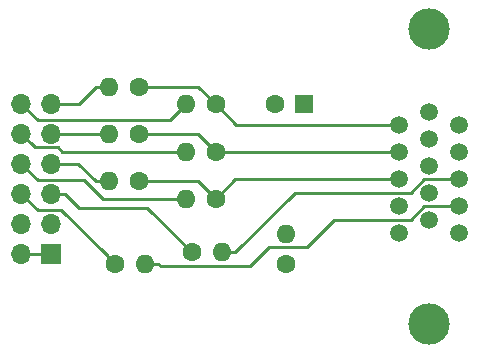
<source format=gbr>
G04 #@! TF.GenerationSoftware,KiCad,Pcbnew,5.0.2+dfsg1-1~bpo9+1*
G04 #@! TF.CreationDate,2021-09-12T12:59:09+02:00*
G04 #@! TF.ProjectId,VGA222-PMOD,56474132-3232-42d5-904d-4f442e6b6963,rev?*
G04 #@! TF.SameCoordinates,Original*
G04 #@! TF.FileFunction,Copper,L1,Top*
G04 #@! TF.FilePolarity,Positive*
%FSLAX46Y46*%
G04 Gerber Fmt 4.6, Leading zero omitted, Abs format (unit mm)*
G04 Created by KiCad (PCBNEW 5.0.2+dfsg1-1~bpo9+1) date Sun Sep 12 12:59:09 2021*
%MOMM*%
%LPD*%
G01*
G04 APERTURE LIST*
G04 #@! TA.AperFunction,ComponentPad*
%ADD10R,1.600000X1.600000*%
G04 #@! TD*
G04 #@! TA.AperFunction,ComponentPad*
%ADD11C,1.600000*%
G04 #@! TD*
G04 #@! TA.AperFunction,ComponentPad*
%ADD12O,1.600000X1.600000*%
G04 #@! TD*
G04 #@! TA.AperFunction,ComponentPad*
%ADD13C,1.500000*%
G04 #@! TD*
G04 #@! TA.AperFunction,ComponentPad*
%ADD14C,3.500000*%
G04 #@! TD*
G04 #@! TA.AperFunction,ComponentPad*
%ADD15R,1.700000X1.700000*%
G04 #@! TD*
G04 #@! TA.AperFunction,ComponentPad*
%ADD16O,1.700000X1.700000*%
G04 #@! TD*
G04 #@! TA.AperFunction,Conductor*
%ADD17C,0.250000*%
G04 #@! TD*
G04 APERTURE END LIST*
D10*
G04 #@! TO.P,C3,1*
G04 #@! TO.N,Net-(C3-Pad1)*
X128000000Y-53500000D03*
D11*
G04 #@! TO.P,C3,2*
G04 #@! TO.N,GND*
X125500000Y-53500000D03*
G04 #@! TD*
G04 #@! TO.P,R25,1*
G04 #@! TO.N,VGA_B*
X120500000Y-61500000D03*
D12*
G04 #@! TO.P,R25,2*
G04 #@! TO.N,B2*
X117960000Y-61500000D03*
G04 #@! TD*
G04 #@! TO.P,R24,2*
G04 #@! TO.N,B3*
X111460000Y-60000000D03*
D11*
G04 #@! TO.P,R24,1*
G04 #@! TO.N,VGA_B*
X114000000Y-60000000D03*
G04 #@! TD*
G04 #@! TO.P,R19,1*
G04 #@! TO.N,VGA_G*
X120500000Y-57500000D03*
D12*
G04 #@! TO.P,R19,2*
G04 #@! TO.N,G2*
X117960000Y-57500000D03*
G04 #@! TD*
G04 #@! TO.P,R18,2*
G04 #@! TO.N,G3*
X111460000Y-56000000D03*
D11*
G04 #@! TO.P,R18,1*
G04 #@! TO.N,VGA_G*
X114000000Y-56000000D03*
G04 #@! TD*
G04 #@! TO.P,R13,1*
G04 #@! TO.N,VGA_R*
X120500000Y-53500000D03*
D12*
G04 #@! TO.P,R13,2*
G04 #@! TO.N,R2*
X117960000Y-53500000D03*
G04 #@! TD*
G04 #@! TO.P,R12,2*
G04 #@! TO.N,R3*
X111460000Y-52000000D03*
D11*
G04 #@! TO.P,R12,1*
G04 #@! TO.N,VGA_R*
X114000000Y-52000000D03*
G04 #@! TD*
G04 #@! TO.P,R9,1*
G04 #@! TO.N,Net-(C3-Pad1)*
X126500000Y-67000000D03*
D12*
G04 #@! TO.P,R9,2*
G04 #@! TO.N,GND*
X126500000Y-64460000D03*
G04 #@! TD*
G04 #@! TO.P,R11,2*
G04 #@! TO.N,VGA_VS*
X114540000Y-67000000D03*
D11*
G04 #@! TO.P,R11,1*
G04 #@! TO.N,HS*
X112000000Y-67000000D03*
G04 #@! TD*
G04 #@! TO.P,R10,1*
G04 #@! TO.N,VS*
X118500000Y-66000000D03*
D12*
G04 #@! TO.P,R10,2*
G04 #@! TO.N,VGA_HS*
X121040000Y-66000000D03*
G04 #@! TD*
D13*
G04 #@! TO.P,J1,15*
G04 #@! TO.N,Net-(J1-Pad15)*
X141140000Y-64410000D03*
G04 #@! TO.P,J1,14*
G04 #@! TO.N,VGA_VS*
X141140000Y-62120000D03*
G04 #@! TO.P,J1,13*
G04 #@! TO.N,VGA_HS*
X141140000Y-59826000D03*
G04 #@! TO.P,J1,12*
G04 #@! TO.N,Net-(J1-Pad12)*
X141140000Y-57540000D03*
G04 #@! TO.P,J1,11*
G04 #@! TO.N,Net-(J1-Pad11)*
X141140000Y-55250000D03*
G04 #@! TO.P,J1,10*
G04 #@! TO.N,GND*
X138600000Y-63270000D03*
G04 #@! TO.P,J1,9*
G04 #@! TO.N,Net-(J1-Pad9)*
X138600000Y-60980000D03*
G04 #@! TO.P,J1,8*
G04 #@! TO.N,GND*
X138600000Y-58690000D03*
G04 #@! TO.P,J1,7*
X138600000Y-56400000D03*
G04 #@! TO.P,J1,6*
X138600000Y-54110000D03*
G04 #@! TO.P,J1,5*
X136060000Y-64410000D03*
G04 #@! TO.P,J1,4*
G04 #@! TO.N,Net-(J1-Pad4)*
X136060000Y-62120000D03*
G04 #@! TO.P,J1,3*
G04 #@! TO.N,VGA_B*
X136060000Y-59830000D03*
G04 #@! TO.P,J1,2*
G04 #@! TO.N,VGA_G*
X136060000Y-57540000D03*
G04 #@! TO.P,J1,1*
G04 #@! TO.N,VGA_R*
X136060000Y-55250000D03*
D14*
G04 #@! TO.P,J1,0*
G04 #@! TO.N,Net-(C3-Pad1)*
X138600000Y-47080000D03*
X138600000Y-72080000D03*
G04 #@! TD*
D15*
G04 #@! TO.P,J2,1*
G04 #@! TO.N,+3V3*
X106604000Y-66129000D03*
D16*
G04 #@! TO.P,J2,2*
X104064000Y-66129000D03*
G04 #@! TO.P,J2,3*
G04 #@! TO.N,GND*
X106604000Y-63589000D03*
G04 #@! TO.P,J2,4*
X104064000Y-63589000D03*
G04 #@! TO.P,J2,5*
G04 #@! TO.N,VS*
X106604000Y-61049000D03*
G04 #@! TO.P,J2,6*
G04 #@! TO.N,HS*
X104064000Y-61049000D03*
G04 #@! TO.P,J2,7*
G04 #@! TO.N,B3*
X106604000Y-58509000D03*
G04 #@! TO.P,J2,8*
G04 #@! TO.N,B2*
X104064000Y-58509000D03*
G04 #@! TO.P,J2,9*
G04 #@! TO.N,G3*
X106604000Y-55969000D03*
G04 #@! TO.P,J2,10*
G04 #@! TO.N,G2*
X104064000Y-55969000D03*
G04 #@! TO.P,J2,11*
G04 #@! TO.N,R3*
X106604000Y-53429000D03*
G04 #@! TO.P,J2,12*
G04 #@! TO.N,R2*
X104064000Y-53429000D03*
G04 #@! TD*
D17*
G04 #@! TO.N,+3V3*
X104064000Y-66129000D02*
X106604000Y-66129000D01*
G04 #@! TO.N,B2*
X116828630Y-61500000D02*
X117960000Y-61500000D01*
X111000000Y-61500000D02*
X116828630Y-61500000D01*
X109373999Y-59873999D02*
X111000000Y-61500000D01*
X105428999Y-59873999D02*
X109373999Y-59873999D01*
X104064000Y-58509000D02*
X105428999Y-59873999D01*
G04 #@! TO.N,B3*
X111460000Y-60000000D02*
X110334700Y-60000000D01*
X108843700Y-58509000D02*
X110334700Y-60000000D01*
X106604000Y-58509000D02*
X108843700Y-58509000D01*
G04 #@! TO.N,G2*
X104913999Y-56818999D02*
X104064000Y-55969000D01*
X105239001Y-57144001D02*
X104913999Y-56818999D01*
X107144001Y-57144001D02*
X105239001Y-57144001D01*
X107500000Y-57500000D02*
X107144001Y-57144001D01*
X117960000Y-57500000D02*
X107500000Y-57500000D01*
G04 #@! TO.N,G3*
X111460000Y-56000000D02*
X110334700Y-56000000D01*
X106604000Y-55969000D02*
X110303700Y-55969000D01*
X110303700Y-55969000D02*
X110334700Y-56000000D01*
G04 #@! TO.N,R2*
X116666001Y-54793999D02*
X117160001Y-54299999D01*
X117160001Y-54299999D02*
X117960000Y-53500000D01*
X105428999Y-54793999D02*
X116666001Y-54793999D01*
X104064000Y-53429000D02*
X105428999Y-54793999D01*
G04 #@! TO.N,R3*
X111460000Y-52000000D02*
X110334700Y-52000000D01*
X106604000Y-53429000D02*
X108905700Y-53429000D01*
X108905700Y-53429000D02*
X110334700Y-52000000D01*
G04 #@! TO.N,VS*
X106604000Y-61049000D02*
X107779300Y-61049000D01*
X107779300Y-61049000D02*
X108954600Y-62224300D01*
X108954600Y-62224300D02*
X114724300Y-62224300D01*
X114724300Y-62224300D02*
X118500000Y-66000000D01*
G04 #@! TO.N,HS*
X107413999Y-62413999D02*
X111200001Y-66200001D01*
X105428999Y-62413999D02*
X107413999Y-62413999D01*
X111200001Y-66200001D02*
X112000000Y-67000000D01*
X104064000Y-61049000D02*
X105428999Y-62413999D01*
G04 #@! TO.N,VGA_R*
X114000000Y-52000000D02*
X119000000Y-52000000D01*
X119000000Y-52000000D02*
X120500000Y-53500000D01*
X136060000Y-55250000D02*
X122250000Y-55250000D01*
X122250000Y-55250000D02*
X120500000Y-53500000D01*
G04 #@! TO.N,VGA_HS*
X121040000Y-66000000D02*
X122165300Y-66000000D01*
X141140000Y-59826000D02*
X138180200Y-59826000D01*
X138180200Y-59826000D02*
X137031200Y-60975000D01*
X137031200Y-60975000D02*
X127190300Y-60975000D01*
X127190300Y-60975000D02*
X122165300Y-66000000D01*
G04 #@! TO.N,VGA_VS*
X114540000Y-67000000D02*
X115665300Y-67000000D01*
X141140000Y-62120000D02*
X138176200Y-62120000D01*
X138176200Y-62120000D02*
X137031200Y-63265000D01*
X137031200Y-63265000D02*
X130554200Y-63265000D01*
X130554200Y-63265000D02*
X128233800Y-65585400D01*
X128233800Y-65585400D02*
X125046400Y-65585400D01*
X125046400Y-65585400D02*
X123451900Y-67179900D01*
X123451900Y-67179900D02*
X115845200Y-67179900D01*
X115845200Y-67179900D02*
X115665300Y-67000000D01*
G04 #@! TO.N,VGA_B*
X114000000Y-60000000D02*
X119000000Y-60000000D01*
X119000000Y-60000000D02*
X120500000Y-61500000D01*
X136060000Y-59830000D02*
X122170000Y-59830000D01*
X122170000Y-59830000D02*
X120500000Y-61500000D01*
G04 #@! TO.N,VGA_G*
X114000000Y-56000000D02*
X119000000Y-56000000D01*
X119000000Y-56000000D02*
X120500000Y-57500000D01*
X136060000Y-57540000D02*
X120540000Y-57540000D01*
X120540000Y-57540000D02*
X120500000Y-57500000D01*
G04 #@! TD*
M02*

</source>
